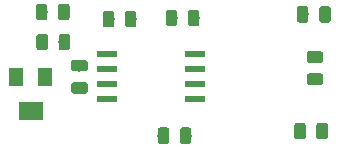
<source format=gbr>
G04 #@! TF.GenerationSoftware,KiCad,Pcbnew,(5.1.4)-1*
G04 #@! TF.CreationDate,2020-06-01T20:19:03-04:00*
G04 #@! TF.ProjectId,UniversalLM393,556e6976-6572-4736-916c-4c4d3339332e,rev?*
G04 #@! TF.SameCoordinates,Original*
G04 #@! TF.FileFunction,Paste,Top*
G04 #@! TF.FilePolarity,Positive*
%FSLAX46Y46*%
G04 Gerber Fmt 4.6, Leading zero omitted, Abs format (unit mm)*
G04 Created by KiCad (PCBNEW (5.1.4)-1) date 2020-06-01 20:19:03*
%MOMM*%
%LPD*%
G04 APERTURE LIST*
%ADD10R,1.300000X1.600000*%
%ADD11R,2.000000X1.600000*%
%ADD12C,0.100000*%
%ADD13C,0.975000*%
%ADD14R,1.750000X0.550000*%
G04 APERTURE END LIST*
D10*
X134132000Y-98092600D03*
D11*
X135382000Y-100992600D03*
D10*
X136632000Y-98092600D03*
D12*
G36*
X140002342Y-98520574D02*
G01*
X140026003Y-98524084D01*
X140049207Y-98529896D01*
X140071729Y-98537954D01*
X140093353Y-98548182D01*
X140113870Y-98560479D01*
X140133083Y-98574729D01*
X140150807Y-98590793D01*
X140166871Y-98608517D01*
X140181121Y-98627730D01*
X140193418Y-98648247D01*
X140203646Y-98669871D01*
X140211704Y-98692393D01*
X140217516Y-98715597D01*
X140221026Y-98739258D01*
X140222200Y-98763150D01*
X140222200Y-99250650D01*
X140221026Y-99274542D01*
X140217516Y-99298203D01*
X140211704Y-99321407D01*
X140203646Y-99343929D01*
X140193418Y-99365553D01*
X140181121Y-99386070D01*
X140166871Y-99405283D01*
X140150807Y-99423007D01*
X140133083Y-99439071D01*
X140113870Y-99453321D01*
X140093353Y-99465618D01*
X140071729Y-99475846D01*
X140049207Y-99483904D01*
X140026003Y-99489716D01*
X140002342Y-99493226D01*
X139978450Y-99494400D01*
X139065950Y-99494400D01*
X139042058Y-99493226D01*
X139018397Y-99489716D01*
X138995193Y-99483904D01*
X138972671Y-99475846D01*
X138951047Y-99465618D01*
X138930530Y-99453321D01*
X138911317Y-99439071D01*
X138893593Y-99423007D01*
X138877529Y-99405283D01*
X138863279Y-99386070D01*
X138850982Y-99365553D01*
X138840754Y-99343929D01*
X138832696Y-99321407D01*
X138826884Y-99298203D01*
X138823374Y-99274542D01*
X138822200Y-99250650D01*
X138822200Y-98763150D01*
X138823374Y-98739258D01*
X138826884Y-98715597D01*
X138832696Y-98692393D01*
X138840754Y-98669871D01*
X138850982Y-98648247D01*
X138863279Y-98627730D01*
X138877529Y-98608517D01*
X138893593Y-98590793D01*
X138911317Y-98574729D01*
X138930530Y-98560479D01*
X138951047Y-98548182D01*
X138972671Y-98537954D01*
X138995193Y-98529896D01*
X139018397Y-98524084D01*
X139042058Y-98520574D01*
X139065950Y-98519400D01*
X139978450Y-98519400D01*
X140002342Y-98520574D01*
X140002342Y-98520574D01*
G37*
D13*
X139522200Y-99006900D03*
D12*
G36*
X140002342Y-96645574D02*
G01*
X140026003Y-96649084D01*
X140049207Y-96654896D01*
X140071729Y-96662954D01*
X140093353Y-96673182D01*
X140113870Y-96685479D01*
X140133083Y-96699729D01*
X140150807Y-96715793D01*
X140166871Y-96733517D01*
X140181121Y-96752730D01*
X140193418Y-96773247D01*
X140203646Y-96794871D01*
X140211704Y-96817393D01*
X140217516Y-96840597D01*
X140221026Y-96864258D01*
X140222200Y-96888150D01*
X140222200Y-97375650D01*
X140221026Y-97399542D01*
X140217516Y-97423203D01*
X140211704Y-97446407D01*
X140203646Y-97468929D01*
X140193418Y-97490553D01*
X140181121Y-97511070D01*
X140166871Y-97530283D01*
X140150807Y-97548007D01*
X140133083Y-97564071D01*
X140113870Y-97578321D01*
X140093353Y-97590618D01*
X140071729Y-97600846D01*
X140049207Y-97608904D01*
X140026003Y-97614716D01*
X140002342Y-97618226D01*
X139978450Y-97619400D01*
X139065950Y-97619400D01*
X139042058Y-97618226D01*
X139018397Y-97614716D01*
X138995193Y-97608904D01*
X138972671Y-97600846D01*
X138951047Y-97590618D01*
X138930530Y-97578321D01*
X138911317Y-97564071D01*
X138893593Y-97548007D01*
X138877529Y-97530283D01*
X138863279Y-97511070D01*
X138850982Y-97490553D01*
X138840754Y-97468929D01*
X138832696Y-97446407D01*
X138826884Y-97423203D01*
X138823374Y-97399542D01*
X138822200Y-97375650D01*
X138822200Y-96888150D01*
X138823374Y-96864258D01*
X138826884Y-96840597D01*
X138832696Y-96817393D01*
X138840754Y-96794871D01*
X138850982Y-96773247D01*
X138863279Y-96752730D01*
X138877529Y-96733517D01*
X138893593Y-96715793D01*
X138911317Y-96699729D01*
X138930530Y-96685479D01*
X138951047Y-96673182D01*
X138972671Y-96662954D01*
X138995193Y-96654896D01*
X139018397Y-96649084D01*
X139042058Y-96645574D01*
X139065950Y-96644400D01*
X139978450Y-96644400D01*
X140002342Y-96645574D01*
X140002342Y-96645574D01*
G37*
D13*
X139522200Y-97131900D03*
D14*
X149292800Y-96164400D03*
X149292800Y-97434400D03*
X149292800Y-98704400D03*
X149292800Y-99974400D03*
X141892800Y-99974400D03*
X141892800Y-98704400D03*
X141892800Y-97434400D03*
X141892800Y-96164400D03*
D12*
G36*
X147592242Y-92392174D02*
G01*
X147615903Y-92395684D01*
X147639107Y-92401496D01*
X147661629Y-92409554D01*
X147683253Y-92419782D01*
X147703770Y-92432079D01*
X147722983Y-92446329D01*
X147740707Y-92462393D01*
X147756771Y-92480117D01*
X147771021Y-92499330D01*
X147783318Y-92519847D01*
X147793546Y-92541471D01*
X147801604Y-92563993D01*
X147807416Y-92587197D01*
X147810926Y-92610858D01*
X147812100Y-92634750D01*
X147812100Y-93547250D01*
X147810926Y-93571142D01*
X147807416Y-93594803D01*
X147801604Y-93618007D01*
X147793546Y-93640529D01*
X147783318Y-93662153D01*
X147771021Y-93682670D01*
X147756771Y-93701883D01*
X147740707Y-93719607D01*
X147722983Y-93735671D01*
X147703770Y-93749921D01*
X147683253Y-93762218D01*
X147661629Y-93772446D01*
X147639107Y-93780504D01*
X147615903Y-93786316D01*
X147592242Y-93789826D01*
X147568350Y-93791000D01*
X147080850Y-93791000D01*
X147056958Y-93789826D01*
X147033297Y-93786316D01*
X147010093Y-93780504D01*
X146987571Y-93772446D01*
X146965947Y-93762218D01*
X146945430Y-93749921D01*
X146926217Y-93735671D01*
X146908493Y-93719607D01*
X146892429Y-93701883D01*
X146878179Y-93682670D01*
X146865882Y-93662153D01*
X146855654Y-93640529D01*
X146847596Y-93618007D01*
X146841784Y-93594803D01*
X146838274Y-93571142D01*
X146837100Y-93547250D01*
X146837100Y-92634750D01*
X146838274Y-92610858D01*
X146841784Y-92587197D01*
X146847596Y-92563993D01*
X146855654Y-92541471D01*
X146865882Y-92519847D01*
X146878179Y-92499330D01*
X146892429Y-92480117D01*
X146908493Y-92462393D01*
X146926217Y-92446329D01*
X146945430Y-92432079D01*
X146965947Y-92419782D01*
X146987571Y-92409554D01*
X147010093Y-92401496D01*
X147033297Y-92395684D01*
X147056958Y-92392174D01*
X147080850Y-92391000D01*
X147568350Y-92391000D01*
X147592242Y-92392174D01*
X147592242Y-92392174D01*
G37*
D13*
X147324600Y-93091000D03*
D12*
G36*
X149467242Y-92392174D02*
G01*
X149490903Y-92395684D01*
X149514107Y-92401496D01*
X149536629Y-92409554D01*
X149558253Y-92419782D01*
X149578770Y-92432079D01*
X149597983Y-92446329D01*
X149615707Y-92462393D01*
X149631771Y-92480117D01*
X149646021Y-92499330D01*
X149658318Y-92519847D01*
X149668546Y-92541471D01*
X149676604Y-92563993D01*
X149682416Y-92587197D01*
X149685926Y-92610858D01*
X149687100Y-92634750D01*
X149687100Y-93547250D01*
X149685926Y-93571142D01*
X149682416Y-93594803D01*
X149676604Y-93618007D01*
X149668546Y-93640529D01*
X149658318Y-93662153D01*
X149646021Y-93682670D01*
X149631771Y-93701883D01*
X149615707Y-93719607D01*
X149597983Y-93735671D01*
X149578770Y-93749921D01*
X149558253Y-93762218D01*
X149536629Y-93772446D01*
X149514107Y-93780504D01*
X149490903Y-93786316D01*
X149467242Y-93789826D01*
X149443350Y-93791000D01*
X148955850Y-93791000D01*
X148931958Y-93789826D01*
X148908297Y-93786316D01*
X148885093Y-93780504D01*
X148862571Y-93772446D01*
X148840947Y-93762218D01*
X148820430Y-93749921D01*
X148801217Y-93735671D01*
X148783493Y-93719607D01*
X148767429Y-93701883D01*
X148753179Y-93682670D01*
X148740882Y-93662153D01*
X148730654Y-93640529D01*
X148722596Y-93618007D01*
X148716784Y-93594803D01*
X148713274Y-93571142D01*
X148712100Y-93547250D01*
X148712100Y-92634750D01*
X148713274Y-92610858D01*
X148716784Y-92587197D01*
X148722596Y-92563993D01*
X148730654Y-92541471D01*
X148740882Y-92519847D01*
X148753179Y-92499330D01*
X148767429Y-92480117D01*
X148783493Y-92462393D01*
X148801217Y-92446329D01*
X148820430Y-92432079D01*
X148840947Y-92419782D01*
X148862571Y-92409554D01*
X148885093Y-92401496D01*
X148908297Y-92395684D01*
X148931958Y-92392174D01*
X148955850Y-92391000D01*
X149443350Y-92391000D01*
X149467242Y-92392174D01*
X149467242Y-92392174D01*
G37*
D13*
X149199600Y-93091000D03*
D12*
G36*
X148781442Y-102348974D02*
G01*
X148805103Y-102352484D01*
X148828307Y-102358296D01*
X148850829Y-102366354D01*
X148872453Y-102376582D01*
X148892970Y-102388879D01*
X148912183Y-102403129D01*
X148929907Y-102419193D01*
X148945971Y-102436917D01*
X148960221Y-102456130D01*
X148972518Y-102476647D01*
X148982746Y-102498271D01*
X148990804Y-102520793D01*
X148996616Y-102543997D01*
X149000126Y-102567658D01*
X149001300Y-102591550D01*
X149001300Y-103504050D01*
X149000126Y-103527942D01*
X148996616Y-103551603D01*
X148990804Y-103574807D01*
X148982746Y-103597329D01*
X148972518Y-103618953D01*
X148960221Y-103639470D01*
X148945971Y-103658683D01*
X148929907Y-103676407D01*
X148912183Y-103692471D01*
X148892970Y-103706721D01*
X148872453Y-103719018D01*
X148850829Y-103729246D01*
X148828307Y-103737304D01*
X148805103Y-103743116D01*
X148781442Y-103746626D01*
X148757550Y-103747800D01*
X148270050Y-103747800D01*
X148246158Y-103746626D01*
X148222497Y-103743116D01*
X148199293Y-103737304D01*
X148176771Y-103729246D01*
X148155147Y-103719018D01*
X148134630Y-103706721D01*
X148115417Y-103692471D01*
X148097693Y-103676407D01*
X148081629Y-103658683D01*
X148067379Y-103639470D01*
X148055082Y-103618953D01*
X148044854Y-103597329D01*
X148036796Y-103574807D01*
X148030984Y-103551603D01*
X148027474Y-103527942D01*
X148026300Y-103504050D01*
X148026300Y-102591550D01*
X148027474Y-102567658D01*
X148030984Y-102543997D01*
X148036796Y-102520793D01*
X148044854Y-102498271D01*
X148055082Y-102476647D01*
X148067379Y-102456130D01*
X148081629Y-102436917D01*
X148097693Y-102419193D01*
X148115417Y-102403129D01*
X148134630Y-102388879D01*
X148155147Y-102376582D01*
X148176771Y-102366354D01*
X148199293Y-102358296D01*
X148222497Y-102352484D01*
X148246158Y-102348974D01*
X148270050Y-102347800D01*
X148757550Y-102347800D01*
X148781442Y-102348974D01*
X148781442Y-102348974D01*
G37*
D13*
X148513800Y-103047800D03*
D12*
G36*
X146906442Y-102348974D02*
G01*
X146930103Y-102352484D01*
X146953307Y-102358296D01*
X146975829Y-102366354D01*
X146997453Y-102376582D01*
X147017970Y-102388879D01*
X147037183Y-102403129D01*
X147054907Y-102419193D01*
X147070971Y-102436917D01*
X147085221Y-102456130D01*
X147097518Y-102476647D01*
X147107746Y-102498271D01*
X147115804Y-102520793D01*
X147121616Y-102543997D01*
X147125126Y-102567658D01*
X147126300Y-102591550D01*
X147126300Y-103504050D01*
X147125126Y-103527942D01*
X147121616Y-103551603D01*
X147115804Y-103574807D01*
X147107746Y-103597329D01*
X147097518Y-103618953D01*
X147085221Y-103639470D01*
X147070971Y-103658683D01*
X147054907Y-103676407D01*
X147037183Y-103692471D01*
X147017970Y-103706721D01*
X146997453Y-103719018D01*
X146975829Y-103729246D01*
X146953307Y-103737304D01*
X146930103Y-103743116D01*
X146906442Y-103746626D01*
X146882550Y-103747800D01*
X146395050Y-103747800D01*
X146371158Y-103746626D01*
X146347497Y-103743116D01*
X146324293Y-103737304D01*
X146301771Y-103729246D01*
X146280147Y-103719018D01*
X146259630Y-103706721D01*
X146240417Y-103692471D01*
X146222693Y-103676407D01*
X146206629Y-103658683D01*
X146192379Y-103639470D01*
X146180082Y-103618953D01*
X146169854Y-103597329D01*
X146161796Y-103574807D01*
X146155984Y-103551603D01*
X146152474Y-103527942D01*
X146151300Y-103504050D01*
X146151300Y-102591550D01*
X146152474Y-102567658D01*
X146155984Y-102543997D01*
X146161796Y-102520793D01*
X146169854Y-102498271D01*
X146180082Y-102476647D01*
X146192379Y-102456130D01*
X146206629Y-102436917D01*
X146222693Y-102419193D01*
X146240417Y-102403129D01*
X146259630Y-102388879D01*
X146280147Y-102376582D01*
X146301771Y-102366354D01*
X146324293Y-102358296D01*
X146347497Y-102352484D01*
X146371158Y-102348974D01*
X146395050Y-102347800D01*
X146882550Y-102347800D01*
X146906442Y-102348974D01*
X146906442Y-102348974D01*
G37*
D13*
X146638800Y-103047800D03*
D12*
G36*
X144133242Y-92493774D02*
G01*
X144156903Y-92497284D01*
X144180107Y-92503096D01*
X144202629Y-92511154D01*
X144224253Y-92521382D01*
X144244770Y-92533679D01*
X144263983Y-92547929D01*
X144281707Y-92563993D01*
X144297771Y-92581717D01*
X144312021Y-92600930D01*
X144324318Y-92621447D01*
X144334546Y-92643071D01*
X144342604Y-92665593D01*
X144348416Y-92688797D01*
X144351926Y-92712458D01*
X144353100Y-92736350D01*
X144353100Y-93648850D01*
X144351926Y-93672742D01*
X144348416Y-93696403D01*
X144342604Y-93719607D01*
X144334546Y-93742129D01*
X144324318Y-93763753D01*
X144312021Y-93784270D01*
X144297771Y-93803483D01*
X144281707Y-93821207D01*
X144263983Y-93837271D01*
X144244770Y-93851521D01*
X144224253Y-93863818D01*
X144202629Y-93874046D01*
X144180107Y-93882104D01*
X144156903Y-93887916D01*
X144133242Y-93891426D01*
X144109350Y-93892600D01*
X143621850Y-93892600D01*
X143597958Y-93891426D01*
X143574297Y-93887916D01*
X143551093Y-93882104D01*
X143528571Y-93874046D01*
X143506947Y-93863818D01*
X143486430Y-93851521D01*
X143467217Y-93837271D01*
X143449493Y-93821207D01*
X143433429Y-93803483D01*
X143419179Y-93784270D01*
X143406882Y-93763753D01*
X143396654Y-93742129D01*
X143388596Y-93719607D01*
X143382784Y-93696403D01*
X143379274Y-93672742D01*
X143378100Y-93648850D01*
X143378100Y-92736350D01*
X143379274Y-92712458D01*
X143382784Y-92688797D01*
X143388596Y-92665593D01*
X143396654Y-92643071D01*
X143406882Y-92621447D01*
X143419179Y-92600930D01*
X143433429Y-92581717D01*
X143449493Y-92563993D01*
X143467217Y-92547929D01*
X143486430Y-92533679D01*
X143506947Y-92521382D01*
X143528571Y-92511154D01*
X143551093Y-92503096D01*
X143574297Y-92497284D01*
X143597958Y-92493774D01*
X143621850Y-92492600D01*
X144109350Y-92492600D01*
X144133242Y-92493774D01*
X144133242Y-92493774D01*
G37*
D13*
X143865600Y-93192600D03*
D12*
G36*
X142258242Y-92493774D02*
G01*
X142281903Y-92497284D01*
X142305107Y-92503096D01*
X142327629Y-92511154D01*
X142349253Y-92521382D01*
X142369770Y-92533679D01*
X142388983Y-92547929D01*
X142406707Y-92563993D01*
X142422771Y-92581717D01*
X142437021Y-92600930D01*
X142449318Y-92621447D01*
X142459546Y-92643071D01*
X142467604Y-92665593D01*
X142473416Y-92688797D01*
X142476926Y-92712458D01*
X142478100Y-92736350D01*
X142478100Y-93648850D01*
X142476926Y-93672742D01*
X142473416Y-93696403D01*
X142467604Y-93719607D01*
X142459546Y-93742129D01*
X142449318Y-93763753D01*
X142437021Y-93784270D01*
X142422771Y-93803483D01*
X142406707Y-93821207D01*
X142388983Y-93837271D01*
X142369770Y-93851521D01*
X142349253Y-93863818D01*
X142327629Y-93874046D01*
X142305107Y-93882104D01*
X142281903Y-93887916D01*
X142258242Y-93891426D01*
X142234350Y-93892600D01*
X141746850Y-93892600D01*
X141722958Y-93891426D01*
X141699297Y-93887916D01*
X141676093Y-93882104D01*
X141653571Y-93874046D01*
X141631947Y-93863818D01*
X141611430Y-93851521D01*
X141592217Y-93837271D01*
X141574493Y-93821207D01*
X141558429Y-93803483D01*
X141544179Y-93784270D01*
X141531882Y-93763753D01*
X141521654Y-93742129D01*
X141513596Y-93719607D01*
X141507784Y-93696403D01*
X141504274Y-93672742D01*
X141503100Y-93648850D01*
X141503100Y-92736350D01*
X141504274Y-92712458D01*
X141507784Y-92688797D01*
X141513596Y-92665593D01*
X141521654Y-92643071D01*
X141531882Y-92621447D01*
X141544179Y-92600930D01*
X141558429Y-92581717D01*
X141574493Y-92563993D01*
X141592217Y-92547929D01*
X141611430Y-92533679D01*
X141631947Y-92521382D01*
X141653571Y-92511154D01*
X141676093Y-92503096D01*
X141699297Y-92497284D01*
X141722958Y-92493774D01*
X141746850Y-92492600D01*
X142234350Y-92492600D01*
X142258242Y-92493774D01*
X142258242Y-92493774D01*
G37*
D13*
X141990600Y-93192600D03*
D12*
G36*
X138515242Y-94424174D02*
G01*
X138538903Y-94427684D01*
X138562107Y-94433496D01*
X138584629Y-94441554D01*
X138606253Y-94451782D01*
X138626770Y-94464079D01*
X138645983Y-94478329D01*
X138663707Y-94494393D01*
X138679771Y-94512117D01*
X138694021Y-94531330D01*
X138706318Y-94551847D01*
X138716546Y-94573471D01*
X138724604Y-94595993D01*
X138730416Y-94619197D01*
X138733926Y-94642858D01*
X138735100Y-94666750D01*
X138735100Y-95579250D01*
X138733926Y-95603142D01*
X138730416Y-95626803D01*
X138724604Y-95650007D01*
X138716546Y-95672529D01*
X138706318Y-95694153D01*
X138694021Y-95714670D01*
X138679771Y-95733883D01*
X138663707Y-95751607D01*
X138645983Y-95767671D01*
X138626770Y-95781921D01*
X138606253Y-95794218D01*
X138584629Y-95804446D01*
X138562107Y-95812504D01*
X138538903Y-95818316D01*
X138515242Y-95821826D01*
X138491350Y-95823000D01*
X138003850Y-95823000D01*
X137979958Y-95821826D01*
X137956297Y-95818316D01*
X137933093Y-95812504D01*
X137910571Y-95804446D01*
X137888947Y-95794218D01*
X137868430Y-95781921D01*
X137849217Y-95767671D01*
X137831493Y-95751607D01*
X137815429Y-95733883D01*
X137801179Y-95714670D01*
X137788882Y-95694153D01*
X137778654Y-95672529D01*
X137770596Y-95650007D01*
X137764784Y-95626803D01*
X137761274Y-95603142D01*
X137760100Y-95579250D01*
X137760100Y-94666750D01*
X137761274Y-94642858D01*
X137764784Y-94619197D01*
X137770596Y-94595993D01*
X137778654Y-94573471D01*
X137788882Y-94551847D01*
X137801179Y-94531330D01*
X137815429Y-94512117D01*
X137831493Y-94494393D01*
X137849217Y-94478329D01*
X137868430Y-94464079D01*
X137888947Y-94451782D01*
X137910571Y-94441554D01*
X137933093Y-94433496D01*
X137956297Y-94427684D01*
X137979958Y-94424174D01*
X138003850Y-94423000D01*
X138491350Y-94423000D01*
X138515242Y-94424174D01*
X138515242Y-94424174D01*
G37*
D13*
X138247600Y-95123000D03*
D12*
G36*
X136640242Y-94424174D02*
G01*
X136663903Y-94427684D01*
X136687107Y-94433496D01*
X136709629Y-94441554D01*
X136731253Y-94451782D01*
X136751770Y-94464079D01*
X136770983Y-94478329D01*
X136788707Y-94494393D01*
X136804771Y-94512117D01*
X136819021Y-94531330D01*
X136831318Y-94551847D01*
X136841546Y-94573471D01*
X136849604Y-94595993D01*
X136855416Y-94619197D01*
X136858926Y-94642858D01*
X136860100Y-94666750D01*
X136860100Y-95579250D01*
X136858926Y-95603142D01*
X136855416Y-95626803D01*
X136849604Y-95650007D01*
X136841546Y-95672529D01*
X136831318Y-95694153D01*
X136819021Y-95714670D01*
X136804771Y-95733883D01*
X136788707Y-95751607D01*
X136770983Y-95767671D01*
X136751770Y-95781921D01*
X136731253Y-95794218D01*
X136709629Y-95804446D01*
X136687107Y-95812504D01*
X136663903Y-95818316D01*
X136640242Y-95821826D01*
X136616350Y-95823000D01*
X136128850Y-95823000D01*
X136104958Y-95821826D01*
X136081297Y-95818316D01*
X136058093Y-95812504D01*
X136035571Y-95804446D01*
X136013947Y-95794218D01*
X135993430Y-95781921D01*
X135974217Y-95767671D01*
X135956493Y-95751607D01*
X135940429Y-95733883D01*
X135926179Y-95714670D01*
X135913882Y-95694153D01*
X135903654Y-95672529D01*
X135895596Y-95650007D01*
X135889784Y-95626803D01*
X135886274Y-95603142D01*
X135885100Y-95579250D01*
X135885100Y-94666750D01*
X135886274Y-94642858D01*
X135889784Y-94619197D01*
X135895596Y-94595993D01*
X135903654Y-94573471D01*
X135913882Y-94551847D01*
X135926179Y-94531330D01*
X135940429Y-94512117D01*
X135956493Y-94494393D01*
X135974217Y-94478329D01*
X135993430Y-94464079D01*
X136013947Y-94451782D01*
X136035571Y-94441554D01*
X136058093Y-94433496D01*
X136081297Y-94427684D01*
X136104958Y-94424174D01*
X136128850Y-94423000D01*
X136616350Y-94423000D01*
X136640242Y-94424174D01*
X136640242Y-94424174D01*
G37*
D13*
X136372600Y-95123000D03*
D12*
G36*
X158463442Y-101967974D02*
G01*
X158487103Y-101971484D01*
X158510307Y-101977296D01*
X158532829Y-101985354D01*
X158554453Y-101995582D01*
X158574970Y-102007879D01*
X158594183Y-102022129D01*
X158611907Y-102038193D01*
X158627971Y-102055917D01*
X158642221Y-102075130D01*
X158654518Y-102095647D01*
X158664746Y-102117271D01*
X158672804Y-102139793D01*
X158678616Y-102162997D01*
X158682126Y-102186658D01*
X158683300Y-102210550D01*
X158683300Y-103123050D01*
X158682126Y-103146942D01*
X158678616Y-103170603D01*
X158672804Y-103193807D01*
X158664746Y-103216329D01*
X158654518Y-103237953D01*
X158642221Y-103258470D01*
X158627971Y-103277683D01*
X158611907Y-103295407D01*
X158594183Y-103311471D01*
X158574970Y-103325721D01*
X158554453Y-103338018D01*
X158532829Y-103348246D01*
X158510307Y-103356304D01*
X158487103Y-103362116D01*
X158463442Y-103365626D01*
X158439550Y-103366800D01*
X157952050Y-103366800D01*
X157928158Y-103365626D01*
X157904497Y-103362116D01*
X157881293Y-103356304D01*
X157858771Y-103348246D01*
X157837147Y-103338018D01*
X157816630Y-103325721D01*
X157797417Y-103311471D01*
X157779693Y-103295407D01*
X157763629Y-103277683D01*
X157749379Y-103258470D01*
X157737082Y-103237953D01*
X157726854Y-103216329D01*
X157718796Y-103193807D01*
X157712984Y-103170603D01*
X157709474Y-103146942D01*
X157708300Y-103123050D01*
X157708300Y-102210550D01*
X157709474Y-102186658D01*
X157712984Y-102162997D01*
X157718796Y-102139793D01*
X157726854Y-102117271D01*
X157737082Y-102095647D01*
X157749379Y-102075130D01*
X157763629Y-102055917D01*
X157779693Y-102038193D01*
X157797417Y-102022129D01*
X157816630Y-102007879D01*
X157837147Y-101995582D01*
X157858771Y-101985354D01*
X157881293Y-101977296D01*
X157904497Y-101971484D01*
X157928158Y-101967974D01*
X157952050Y-101966800D01*
X158439550Y-101966800D01*
X158463442Y-101967974D01*
X158463442Y-101967974D01*
G37*
D13*
X158195800Y-102666800D03*
D12*
G36*
X160338442Y-101967974D02*
G01*
X160362103Y-101971484D01*
X160385307Y-101977296D01*
X160407829Y-101985354D01*
X160429453Y-101995582D01*
X160449970Y-102007879D01*
X160469183Y-102022129D01*
X160486907Y-102038193D01*
X160502971Y-102055917D01*
X160517221Y-102075130D01*
X160529518Y-102095647D01*
X160539746Y-102117271D01*
X160547804Y-102139793D01*
X160553616Y-102162997D01*
X160557126Y-102186658D01*
X160558300Y-102210550D01*
X160558300Y-103123050D01*
X160557126Y-103146942D01*
X160553616Y-103170603D01*
X160547804Y-103193807D01*
X160539746Y-103216329D01*
X160529518Y-103237953D01*
X160517221Y-103258470D01*
X160502971Y-103277683D01*
X160486907Y-103295407D01*
X160469183Y-103311471D01*
X160449970Y-103325721D01*
X160429453Y-103338018D01*
X160407829Y-103348246D01*
X160385307Y-103356304D01*
X160362103Y-103362116D01*
X160338442Y-103365626D01*
X160314550Y-103366800D01*
X159827050Y-103366800D01*
X159803158Y-103365626D01*
X159779497Y-103362116D01*
X159756293Y-103356304D01*
X159733771Y-103348246D01*
X159712147Y-103338018D01*
X159691630Y-103325721D01*
X159672417Y-103311471D01*
X159654693Y-103295407D01*
X159638629Y-103277683D01*
X159624379Y-103258470D01*
X159612082Y-103237953D01*
X159601854Y-103216329D01*
X159593796Y-103193807D01*
X159587984Y-103170603D01*
X159584474Y-103146942D01*
X159583300Y-103123050D01*
X159583300Y-102210550D01*
X159584474Y-102186658D01*
X159587984Y-102162997D01*
X159593796Y-102139793D01*
X159601854Y-102117271D01*
X159612082Y-102095647D01*
X159624379Y-102075130D01*
X159638629Y-102055917D01*
X159654693Y-102038193D01*
X159672417Y-102022129D01*
X159691630Y-102007879D01*
X159712147Y-101995582D01*
X159733771Y-101985354D01*
X159756293Y-101977296D01*
X159779497Y-101971484D01*
X159803158Y-101967974D01*
X159827050Y-101966800D01*
X160314550Y-101966800D01*
X160338442Y-101967974D01*
X160338442Y-101967974D01*
G37*
D13*
X160070800Y-102666800D03*
D12*
G36*
X160564742Y-92087374D02*
G01*
X160588403Y-92090884D01*
X160611607Y-92096696D01*
X160634129Y-92104754D01*
X160655753Y-92114982D01*
X160676270Y-92127279D01*
X160695483Y-92141529D01*
X160713207Y-92157593D01*
X160729271Y-92175317D01*
X160743521Y-92194530D01*
X160755818Y-92215047D01*
X160766046Y-92236671D01*
X160774104Y-92259193D01*
X160779916Y-92282397D01*
X160783426Y-92306058D01*
X160784600Y-92329950D01*
X160784600Y-93242450D01*
X160783426Y-93266342D01*
X160779916Y-93290003D01*
X160774104Y-93313207D01*
X160766046Y-93335729D01*
X160755818Y-93357353D01*
X160743521Y-93377870D01*
X160729271Y-93397083D01*
X160713207Y-93414807D01*
X160695483Y-93430871D01*
X160676270Y-93445121D01*
X160655753Y-93457418D01*
X160634129Y-93467646D01*
X160611607Y-93475704D01*
X160588403Y-93481516D01*
X160564742Y-93485026D01*
X160540850Y-93486200D01*
X160053350Y-93486200D01*
X160029458Y-93485026D01*
X160005797Y-93481516D01*
X159982593Y-93475704D01*
X159960071Y-93467646D01*
X159938447Y-93457418D01*
X159917930Y-93445121D01*
X159898717Y-93430871D01*
X159880993Y-93414807D01*
X159864929Y-93397083D01*
X159850679Y-93377870D01*
X159838382Y-93357353D01*
X159828154Y-93335729D01*
X159820096Y-93313207D01*
X159814284Y-93290003D01*
X159810774Y-93266342D01*
X159809600Y-93242450D01*
X159809600Y-92329950D01*
X159810774Y-92306058D01*
X159814284Y-92282397D01*
X159820096Y-92259193D01*
X159828154Y-92236671D01*
X159838382Y-92215047D01*
X159850679Y-92194530D01*
X159864929Y-92175317D01*
X159880993Y-92157593D01*
X159898717Y-92141529D01*
X159917930Y-92127279D01*
X159938447Y-92114982D01*
X159960071Y-92104754D01*
X159982593Y-92096696D01*
X160005797Y-92090884D01*
X160029458Y-92087374D01*
X160053350Y-92086200D01*
X160540850Y-92086200D01*
X160564742Y-92087374D01*
X160564742Y-92087374D01*
G37*
D13*
X160297100Y-92786200D03*
D12*
G36*
X158689742Y-92087374D02*
G01*
X158713403Y-92090884D01*
X158736607Y-92096696D01*
X158759129Y-92104754D01*
X158780753Y-92114982D01*
X158801270Y-92127279D01*
X158820483Y-92141529D01*
X158838207Y-92157593D01*
X158854271Y-92175317D01*
X158868521Y-92194530D01*
X158880818Y-92215047D01*
X158891046Y-92236671D01*
X158899104Y-92259193D01*
X158904916Y-92282397D01*
X158908426Y-92306058D01*
X158909600Y-92329950D01*
X158909600Y-93242450D01*
X158908426Y-93266342D01*
X158904916Y-93290003D01*
X158899104Y-93313207D01*
X158891046Y-93335729D01*
X158880818Y-93357353D01*
X158868521Y-93377870D01*
X158854271Y-93397083D01*
X158838207Y-93414807D01*
X158820483Y-93430871D01*
X158801270Y-93445121D01*
X158780753Y-93457418D01*
X158759129Y-93467646D01*
X158736607Y-93475704D01*
X158713403Y-93481516D01*
X158689742Y-93485026D01*
X158665850Y-93486200D01*
X158178350Y-93486200D01*
X158154458Y-93485026D01*
X158130797Y-93481516D01*
X158107593Y-93475704D01*
X158085071Y-93467646D01*
X158063447Y-93457418D01*
X158042930Y-93445121D01*
X158023717Y-93430871D01*
X158005993Y-93414807D01*
X157989929Y-93397083D01*
X157975679Y-93377870D01*
X157963382Y-93357353D01*
X157953154Y-93335729D01*
X157945096Y-93313207D01*
X157939284Y-93290003D01*
X157935774Y-93266342D01*
X157934600Y-93242450D01*
X157934600Y-92329950D01*
X157935774Y-92306058D01*
X157939284Y-92282397D01*
X157945096Y-92259193D01*
X157953154Y-92236671D01*
X157963382Y-92215047D01*
X157975679Y-92194530D01*
X157989929Y-92175317D01*
X158005993Y-92157593D01*
X158023717Y-92141529D01*
X158042930Y-92127279D01*
X158063447Y-92114982D01*
X158085071Y-92104754D01*
X158107593Y-92096696D01*
X158130797Y-92090884D01*
X158154458Y-92087374D01*
X158178350Y-92086200D01*
X158665850Y-92086200D01*
X158689742Y-92087374D01*
X158689742Y-92087374D01*
G37*
D13*
X158422100Y-92786200D03*
D12*
G36*
X159941342Y-97783974D02*
G01*
X159965003Y-97787484D01*
X159988207Y-97793296D01*
X160010729Y-97801354D01*
X160032353Y-97811582D01*
X160052870Y-97823879D01*
X160072083Y-97838129D01*
X160089807Y-97854193D01*
X160105871Y-97871917D01*
X160120121Y-97891130D01*
X160132418Y-97911647D01*
X160142646Y-97933271D01*
X160150704Y-97955793D01*
X160156516Y-97978997D01*
X160160026Y-98002658D01*
X160161200Y-98026550D01*
X160161200Y-98514050D01*
X160160026Y-98537942D01*
X160156516Y-98561603D01*
X160150704Y-98584807D01*
X160142646Y-98607329D01*
X160132418Y-98628953D01*
X160120121Y-98649470D01*
X160105871Y-98668683D01*
X160089807Y-98686407D01*
X160072083Y-98702471D01*
X160052870Y-98716721D01*
X160032353Y-98729018D01*
X160010729Y-98739246D01*
X159988207Y-98747304D01*
X159965003Y-98753116D01*
X159941342Y-98756626D01*
X159917450Y-98757800D01*
X159004950Y-98757800D01*
X158981058Y-98756626D01*
X158957397Y-98753116D01*
X158934193Y-98747304D01*
X158911671Y-98739246D01*
X158890047Y-98729018D01*
X158869530Y-98716721D01*
X158850317Y-98702471D01*
X158832593Y-98686407D01*
X158816529Y-98668683D01*
X158802279Y-98649470D01*
X158789982Y-98628953D01*
X158779754Y-98607329D01*
X158771696Y-98584807D01*
X158765884Y-98561603D01*
X158762374Y-98537942D01*
X158761200Y-98514050D01*
X158761200Y-98026550D01*
X158762374Y-98002658D01*
X158765884Y-97978997D01*
X158771696Y-97955793D01*
X158779754Y-97933271D01*
X158789982Y-97911647D01*
X158802279Y-97891130D01*
X158816529Y-97871917D01*
X158832593Y-97854193D01*
X158850317Y-97838129D01*
X158869530Y-97823879D01*
X158890047Y-97811582D01*
X158911671Y-97801354D01*
X158934193Y-97793296D01*
X158957397Y-97787484D01*
X158981058Y-97783974D01*
X159004950Y-97782800D01*
X159917450Y-97782800D01*
X159941342Y-97783974D01*
X159941342Y-97783974D01*
G37*
D13*
X159461200Y-98270300D03*
D12*
G36*
X159941342Y-95908974D02*
G01*
X159965003Y-95912484D01*
X159988207Y-95918296D01*
X160010729Y-95926354D01*
X160032353Y-95936582D01*
X160052870Y-95948879D01*
X160072083Y-95963129D01*
X160089807Y-95979193D01*
X160105871Y-95996917D01*
X160120121Y-96016130D01*
X160132418Y-96036647D01*
X160142646Y-96058271D01*
X160150704Y-96080793D01*
X160156516Y-96103997D01*
X160160026Y-96127658D01*
X160161200Y-96151550D01*
X160161200Y-96639050D01*
X160160026Y-96662942D01*
X160156516Y-96686603D01*
X160150704Y-96709807D01*
X160142646Y-96732329D01*
X160132418Y-96753953D01*
X160120121Y-96774470D01*
X160105871Y-96793683D01*
X160089807Y-96811407D01*
X160072083Y-96827471D01*
X160052870Y-96841721D01*
X160032353Y-96854018D01*
X160010729Y-96864246D01*
X159988207Y-96872304D01*
X159965003Y-96878116D01*
X159941342Y-96881626D01*
X159917450Y-96882800D01*
X159004950Y-96882800D01*
X158981058Y-96881626D01*
X158957397Y-96878116D01*
X158934193Y-96872304D01*
X158911671Y-96864246D01*
X158890047Y-96854018D01*
X158869530Y-96841721D01*
X158850317Y-96827471D01*
X158832593Y-96811407D01*
X158816529Y-96793683D01*
X158802279Y-96774470D01*
X158789982Y-96753953D01*
X158779754Y-96732329D01*
X158771696Y-96709807D01*
X158765884Y-96686603D01*
X158762374Y-96662942D01*
X158761200Y-96639050D01*
X158761200Y-96151550D01*
X158762374Y-96127658D01*
X158765884Y-96103997D01*
X158771696Y-96080793D01*
X158779754Y-96058271D01*
X158789982Y-96036647D01*
X158802279Y-96016130D01*
X158816529Y-95996917D01*
X158832593Y-95979193D01*
X158850317Y-95963129D01*
X158869530Y-95948879D01*
X158890047Y-95936582D01*
X158911671Y-95926354D01*
X158934193Y-95918296D01*
X158957397Y-95912484D01*
X158981058Y-95908974D01*
X159004950Y-95907800D01*
X159917450Y-95907800D01*
X159941342Y-95908974D01*
X159941342Y-95908974D01*
G37*
D13*
X159461200Y-96395300D03*
D12*
G36*
X138469042Y-91884174D02*
G01*
X138492703Y-91887684D01*
X138515907Y-91893496D01*
X138538429Y-91901554D01*
X138560053Y-91911782D01*
X138580570Y-91924079D01*
X138599783Y-91938329D01*
X138617507Y-91954393D01*
X138633571Y-91972117D01*
X138647821Y-91991330D01*
X138660118Y-92011847D01*
X138670346Y-92033471D01*
X138678404Y-92055993D01*
X138684216Y-92079197D01*
X138687726Y-92102858D01*
X138688900Y-92126750D01*
X138688900Y-93039250D01*
X138687726Y-93063142D01*
X138684216Y-93086803D01*
X138678404Y-93110007D01*
X138670346Y-93132529D01*
X138660118Y-93154153D01*
X138647821Y-93174670D01*
X138633571Y-93193883D01*
X138617507Y-93211607D01*
X138599783Y-93227671D01*
X138580570Y-93241921D01*
X138560053Y-93254218D01*
X138538429Y-93264446D01*
X138515907Y-93272504D01*
X138492703Y-93278316D01*
X138469042Y-93281826D01*
X138445150Y-93283000D01*
X137957650Y-93283000D01*
X137933758Y-93281826D01*
X137910097Y-93278316D01*
X137886893Y-93272504D01*
X137864371Y-93264446D01*
X137842747Y-93254218D01*
X137822230Y-93241921D01*
X137803017Y-93227671D01*
X137785293Y-93211607D01*
X137769229Y-93193883D01*
X137754979Y-93174670D01*
X137742682Y-93154153D01*
X137732454Y-93132529D01*
X137724396Y-93110007D01*
X137718584Y-93086803D01*
X137715074Y-93063142D01*
X137713900Y-93039250D01*
X137713900Y-92126750D01*
X137715074Y-92102858D01*
X137718584Y-92079197D01*
X137724396Y-92055993D01*
X137732454Y-92033471D01*
X137742682Y-92011847D01*
X137754979Y-91991330D01*
X137769229Y-91972117D01*
X137785293Y-91954393D01*
X137803017Y-91938329D01*
X137822230Y-91924079D01*
X137842747Y-91911782D01*
X137864371Y-91901554D01*
X137886893Y-91893496D01*
X137910097Y-91887684D01*
X137933758Y-91884174D01*
X137957650Y-91883000D01*
X138445150Y-91883000D01*
X138469042Y-91884174D01*
X138469042Y-91884174D01*
G37*
D13*
X138201400Y-92583000D03*
D12*
G36*
X136594042Y-91884174D02*
G01*
X136617703Y-91887684D01*
X136640907Y-91893496D01*
X136663429Y-91901554D01*
X136685053Y-91911782D01*
X136705570Y-91924079D01*
X136724783Y-91938329D01*
X136742507Y-91954393D01*
X136758571Y-91972117D01*
X136772821Y-91991330D01*
X136785118Y-92011847D01*
X136795346Y-92033471D01*
X136803404Y-92055993D01*
X136809216Y-92079197D01*
X136812726Y-92102858D01*
X136813900Y-92126750D01*
X136813900Y-93039250D01*
X136812726Y-93063142D01*
X136809216Y-93086803D01*
X136803404Y-93110007D01*
X136795346Y-93132529D01*
X136785118Y-93154153D01*
X136772821Y-93174670D01*
X136758571Y-93193883D01*
X136742507Y-93211607D01*
X136724783Y-93227671D01*
X136705570Y-93241921D01*
X136685053Y-93254218D01*
X136663429Y-93264446D01*
X136640907Y-93272504D01*
X136617703Y-93278316D01*
X136594042Y-93281826D01*
X136570150Y-93283000D01*
X136082650Y-93283000D01*
X136058758Y-93281826D01*
X136035097Y-93278316D01*
X136011893Y-93272504D01*
X135989371Y-93264446D01*
X135967747Y-93254218D01*
X135947230Y-93241921D01*
X135928017Y-93227671D01*
X135910293Y-93211607D01*
X135894229Y-93193883D01*
X135879979Y-93174670D01*
X135867682Y-93154153D01*
X135857454Y-93132529D01*
X135849396Y-93110007D01*
X135843584Y-93086803D01*
X135840074Y-93063142D01*
X135838900Y-93039250D01*
X135838900Y-92126750D01*
X135840074Y-92102858D01*
X135843584Y-92079197D01*
X135849396Y-92055993D01*
X135857454Y-92033471D01*
X135867682Y-92011847D01*
X135879979Y-91991330D01*
X135894229Y-91972117D01*
X135910293Y-91954393D01*
X135928017Y-91938329D01*
X135947230Y-91924079D01*
X135967747Y-91911782D01*
X135989371Y-91901554D01*
X136011893Y-91893496D01*
X136035097Y-91887684D01*
X136058758Y-91884174D01*
X136082650Y-91883000D01*
X136570150Y-91883000D01*
X136594042Y-91884174D01*
X136594042Y-91884174D01*
G37*
D13*
X136326400Y-92583000D03*
M02*

</source>
